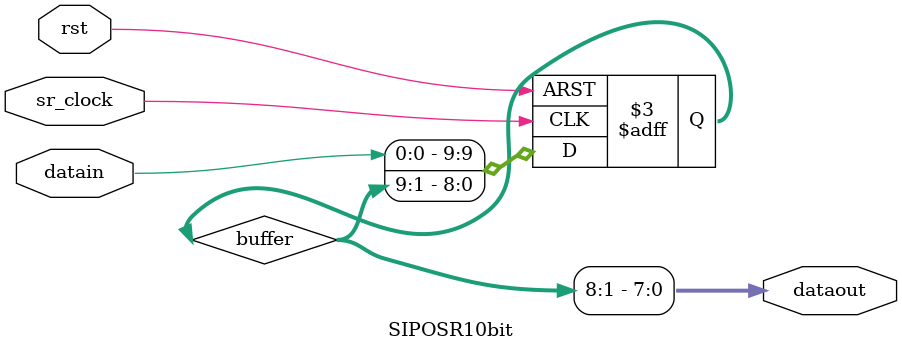
<source format=v>
module SIPOSR10bit (dataout, datain, sr_clock, rst);
	output [7:0] dataout;
	input datain, sr_clock, rst;
	
	reg [9:0] buffer = 10'b0;
	
	assign dataout = buffer[8:1];
	
	always @(posedge sr_clock or posedge rst)
		if (rst) buffer <= 10'b0;
		else buffer <= {datain, buffer[9:1]};
endmodule 
</source>
